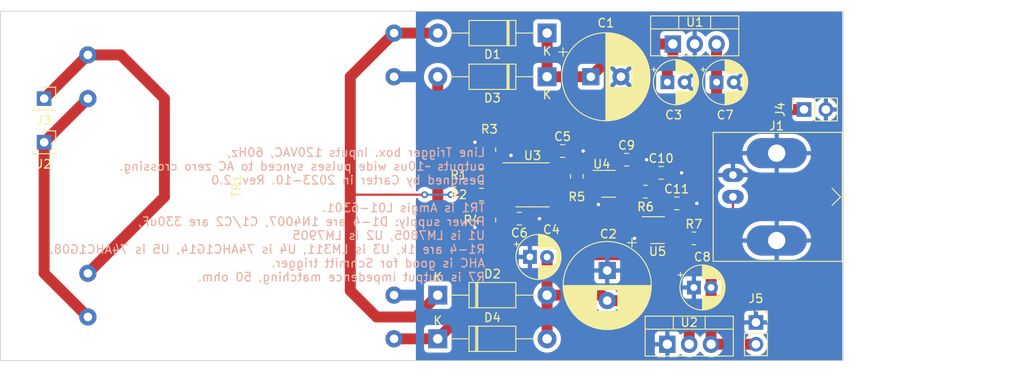
<source format=kicad_pcb>
(kicad_pcb (version 20221018) (generator pcbnew)
  (layers (0 "F.Cu" signal) (31 "B.Cu" signal) (34 "B.Paste" user) (35 "F.Paste" user) (36 "B.SilkS" user "B.Silkscreen") (37 "F.SilkS" user "F.Silkscreen") (38 "B.Mask" user) (39 "F.Mask" user) (44 "Edge.Cuts" user))
  (net 0 "")
  (net 1 "GND")
  (net 2 "+5V")
  (net 3 "-5V")
  (net 4 "Net-(C10-Pad1)")
  (net 5 "/trans_2")
  (net 6 "/trans_1")
  (net 7 "Net-(J1-In)")
  (net 8 "Net-(U3-+)")
  (net 9 "Net-(U3--)")
  (net 10 "Net-(R5-Pad2)")
  (net 11 "Net-(R6-Pad1)")
  (net 12 "Net-(R7-Pad1)")
  (net 13 "VAC")
  (net 14 "NEUT")
  (net 17 "Net-(D1-K)")
  (net 18 "Net-(D2-A)")
  (footprint "Capacitor_THT:CP_Radial_D5.0mm_P2.00mm" (layer "F.Cu") (at 104.68 125.095)
    (fp_text reference "C4" (at 2.508 -3.175 180) (layer "F.SilkS"))
    (fp_text value "1uF")
    (pad "1" thru_hole rect (at 0 0) (size 1.6 1.6) (drill 0.8) (layers "*.Cu" "*.Mask") (net 1 "GND"))
    (pad "2" thru_hole circle (at 2 0) (size 1.6 1.6) (drill 0.8) (layers "*.Cu" "*.Mask") (net 18 "Net-(D2-A)"))
  )
  (footprint "Package_SO:SOIC-8_3.9x4.9mm_P1.27mm" (layer "F.Cu") (at 104.9875 116.713)
    (fp_text reference "U3" (at 0 -3.4) (layer "F.SilkS"))
    (fp_text value "LM311")
    (pad "1" smd roundrect (at -2.475 -1.905) (size 1.95 0.6) (layers "F.Cu" "F.Paste" "F.Mask") (net 1 "GND"))
    (pad "2" smd roundrect (at -2.475 -0.635) (size 1.95 0.6) (layers "F.Cu" "F.Paste" "F.Mask") (net 8 "Net-(U3-+)"))
    (pad "3" smd roundrect (at -2.475 0.635) (size 1.95 0.6) (layers "F.Cu" "F.Paste" "F.Mask") (net 9 "Net-(U3--)"))
    (pad "4" smd roundrect (at -2.475 1.905) (size 1.95 0.6) (layers "F.Cu" "F.Paste" "F.Mask") (net 3 "-5V"))
    (pad "5" smd roundrect (at 2.475 1.905) (size 1.95 0.6) (layers "F.Cu" "F.Paste" "F.Mask"))
    (pad "6" smd roundrect (at 2.475 0.635) (size 1.95 0.6) (layers "F.Cu" "F.Paste" "F.Mask"))
    (pad "7" smd roundrect (at 2.475 -0.635) (size 1.95 0.6) (layers "F.Cu" "F.Paste" "F.Mask") (net 10 "Net-(R5-Pad2)"))
    (pad "8" smd roundrect (at 2.475 -1.905) (size 1.95 0.6) (layers "F.Cu" "F.Paste" "F.Mask") (net 2 "+5V"))
  )
  (footprint "Capacitor_THT:CP_Radial_D10.0mm_P3.50mm" (layer "F.Cu") (at 111.76 104.14)
    (fp_text reference "C1" (at 1.75 -6.25) (layer "F.SilkS"))
    (fp_text value "330uF")
    (pad "1" thru_hole rect (at 0 0) (size 2 2) (drill 1) (layers "*.Cu" "*.Mask") (net 17 "Net-(D1-K)"))
    (pad "2" thru_hole circle (at 3.5 0) (size 2 2) (drill 1) (layers "*.Cu" "*.Mask") (net 1 "GND"))
  )
  (footprint "Capacitor_SMD:C_0805_2012Metric" (layer "F.Cu") (at 119.9255 115.316)
    (fp_text reference "C10" (at 0 -1.68) (layer "F.SilkS"))
    (fp_text value "22nF")
    (pad "1" smd roundrect (at -0.95 0) (size 1 1.45) (layers "F.Cu" "F.Paste" "F.Mask") (net 4 "Net-(C10-Pad1)"))
    (pad "2" smd roundrect (at 0.95 0) (size 1 1.45) (layers "F.Cu" "F.Paste" "F.Mask") (net 1 "GND"))
  )
  (footprint "Diode_THT:D_DO-41_SOD81_P12.70mm_Horizontal" (layer "F.Cu") (at 106.68 104.14 180)
    (fp_text reference "D3" (at 6.35 -2.47) (layer "F.SilkS"))
    (fp_text value "1N4007")
    (fp_text user "K" (at 0 -2.1) (layer "F.SilkS"))
    (pad "1" thru_hole rect (at 0 0 180) (size 2.2 2.2) (drill 1.1) (layers "*.Cu" "*.Mask") (net 17 "Net-(D1-K)"))
    (pad "2" thru_hole oval (at 12.7 0 180) (size 2.2 2.2) (drill 1.1) (layers "*.Cu" "*.Mask") (net 6 "/trans_1"))
  )
  (footprint "Capacitor_SMD:C_0805_2012Metric" (layer "F.Cu") (at 108.4775 112.776)
    (fp_text reference "C5" (at 0 -1.68) (layer "F.SilkS"))
    (fp_text value "0.1uF")
    (pad "1" smd roundrect (at -0.95 0) (size 1 1.45) (layers "F.Cu" "F.Paste" "F.Mask") (net 2 "+5V"))
    (pad "2" smd roundrect (at 0.95 0) (size 1 1.45) (layers "F.Cu" "F.Paste" "F.Mask") (net 1 "GND"))
  )
  (footprint "Connector_PinSocket_2.54mm:PinSocket_1x02_P2.54mm_Vertical" (layer "F.Cu") (at 136.525 107.95 90)
    (fp_text reference "J4" (at 0 -2.77 90) (layer "F.SilkS"))
    (fp_text value "Conn_01x02")
    (pad "1" thru_hole rect (at 0 0 90) (size 1.7 1.7) (drill 1) (layers "*.Cu" "*.Mask") (net 2 "+5V"))
    (pad "2" thru_hole oval (at 0 2.54 90) (size 1.7 1.7) (drill 1) (layers "*.Cu" "*.Mask") (net 1 "GND"))
  )
  (footprint "Capacitor_THT:CP_Radial_D5.0mm_P2.00mm" (layer "F.Cu") (at 123.73 128.651)
    (fp_text reference "C8" (at 0.984 -3.556) (layer "F.SilkS"))
    (fp_text value "1uF")
    (pad "1" thru_hole rect (at 0 0) (size 1.6 1.6) (drill 0.8) (layers "*.Cu" "*.Mask") (net 1 "GND"))
    (pad "2" thru_hole circle (at 2 0) (size 1.6 1.6) (drill 0.8) (layers "*.Cu" "*.Mask") (net 3 "-5V"))
  )
  (footprint "Capacitor_THT:CP_Radial_D5.0mm_P2.00mm" (layer "F.Cu") (at 120.65 104.775)
    (fp_text reference "C3" (at 0.73 3.81) (layer "F.SilkS"))
    (fp_text value "1uF")
    (pad "1" thru_hole rect (at 0 0) (size 1.6 1.6) (drill 0.8) (layers "*.Cu" "*.Mask") (net 17 "Net-(D1-K)"))
    (pad "2" thru_hole circle (at 2 0) (size 1.6 1.6) (drill 0.8) (layers "*.Cu" "*.Mask") (net 1 "GND"))
  )
  (footprint "Capacitor_SMD:C_0805_2012Metric" (layer "F.Cu") (at 103.4625 120.65)
    (fp_text reference "C6" (at 0.004 1.651) (layer "F.SilkS"))
    (fp_text value "0.1uF")
    (pad "1" smd roundrect (at -0.95 0) (size 1 1.45) (layers "F.Cu" "F.Paste" "F.Mask") (net 3 "-5V"))
    (pad "2" smd roundrect (at 0.95 0) (size 1 1.45) (layers "F.Cu" "F.Paste" "F.Mask") (net 1 "GND"))
  )
  (footprint "Resistor_SMD:R_0805_2012Metric" (layer "F.Cu") (at 99.9725 120.8005 -90)
    (fp_text reference "R4" (at 0 2.032 -180) (layer "F.SilkS"))
    (fp_text value "1k")
    (pad "1" smd roundrect (at -0.9125 0 270) (size 1.025 1.4) (layers "F.Cu" "F.Paste" "F.Mask") (roundrect_rratio 0.243902) (net 9 "Net-(U3--)"))
    (pad "2" smd roundrect (at 0.9125 0 270) (size 1.025 1.4) (layers "F.Cu" "F.Paste" "F.Mask") (roundrect_rratio 0.243902) (net 1 "GND"))
  )
  (footprint "Resistor_SMD:R_0805_2012Metric" (layer "F.Cu") (at 99.06 115.57)
    (fp_text reference "R1" (at -2.6435 0) (layer "F.SilkS"))
    (fp_text value "2k")
    (pad "1" smd roundrect (at -0.9125 0) (size 1.025 1.4) (layers "F.Cu" "F.Paste" "F.Mask") (roundrect_rratio 0.243902) (net 6 "/trans_1"))
    (pad "2" smd roundrect (at 0.9125 0) (size 1.025 1.4) (layers "F.Cu" "F.Paste" "F.Mask") (roundrect_rratio 0.243902) (net 8 "Net-(U3-+)"))
  )
  (footprint "Diode_THT:D_DO-41_SOD81_P12.70mm_Horizontal" (layer "F.Cu") (at 93.98 129.54)
    (fp_text reference "D2" (at 6.35 -2.47) (layer "F.SilkS"))
    (fp_text value "1N4007")
    (fp_text user "K" (at 0 -2.1) (layer "F.SilkS"))
    (pad "1" thru_hole rect (at 0 0) (size 2.2 2.2) (drill 1.1) (layers "*.Cu" "*.Mask") (net 5 "/trans_2"))
    (pad "2" thru_hole oval (at 12.7 0) (size 2.2 2.2) (drill 1.1) (layers "*.Cu" "*.Mask") (net 18 "Net-(D2-A)"))
  )
  (footprint "Package_TO_SOT_SMD:SOT-23-5" (layer "F.Cu") (at 113.81 116.586)
    (fp_text reference "U4" (at -0.78 -2.286) (layer "F.SilkS"))
    (fp_text value "74AHC1G14")
    (pad "1" smd roundrect (at -1.1375 -0.95) (size 1.325 0.6) (layers "F.Cu" "F.Paste" "F.Mask"))
    (pad "2" smd roundrect (at -1.1375 0) (size 1.325 0.6) (layers "F.Cu" "F.Paste" "F.Mask") (net 10 "Net-(R5-Pad2)"))
    (pad "3" smd roundrect (at -1.1375 0.95) (size 1.325 0.6) (layers "F.Cu" "F.Paste" "F.Mask") (net 1 "GND"))
    (pad "4" smd roundrect (at 1.1375 0.95) (size 1.325 0.6) (layers "F.Cu" "F.Paste" "F.Mask") (net 11 "Net-(R6-Pad1)"))
    (pad "5" smd roundrect (at 1.1375 -0.95) (size 1.325 0.6) (layers "F.Cu" "F.Paste" "F.Mask") (net 2 "+5V"))
  )
  (footprint "Capacitor_THT:CP_Radial_D5.0mm_P2.00mm" (layer "F.Cu") (at 126.365 104.775)
    (fp_text reference "C7" (at 1 3.81) (layer "F.SilkS"))
    (fp_text value "1uF")
    (pad "1" thru_hole rect (at 0 0) (size 1.6 1.6) (drill 0.8) (layers "*.Cu" "*.Mask") (net 2 "+5V"))
    (pad "2" thru_hole circle (at 2 0) (size 1.6 1.6) (drill 0.8) (layers "*.Cu" "*.Mask") (net 1 "GND"))
  )
  (footprint "Diode_THT:D_DO-41_SOD81_P12.70mm_Horizontal" (layer "F.Cu") (at 106.68 99.06 180)
    (fp_text reference "D1" (at 6.35 -2.47) (layer "F.SilkS"))
    (fp_text value "1N4007")
    (fp_text user "K" (at 0 -2.1) (layer "F.SilkS"))
    (pad "1" thru_hole rect (at 0 0 180) (size 2.2 2.2) (drill 1.1) (layers "*.Cu" "*.Mask") (net 17 "Net-(D1-K)"))
    (pad "2" thru_hole oval (at 12.7 0 180) (size 2.2 2.2) (drill 1.1) (layers "*.Cu" "*.Mask") (net 5 "/trans_2"))
  )
  (footprint "Package_TO_SOT_SMD:SOT-23-5" (layer "F.Cu") (at 119.5125 121.981)
    (fp_text reference "U5" (at 0 2.479) (layer "F.SilkS"))
    (fp_text value "74AHC1G08")
    (pad "1" smd roundrect (at -1.1375 -0.95) (size 1.325 0.6) (layers "F.Cu" "F.Paste" "F.Mask") (net 4 "Net-(C10-Pad1)"))
    (pad "2" smd roundrect (at -1.1375 0) (size 1.325 0.6) (layers "F.Cu" "F.Paste" "F.Mask") (net 10 "Net-(R5-Pad2)"))
    (pad "3" smd roundrect (at -1.1375 0.95) (size 1.325 0.6) (layers "F.Cu" "F.Paste" "F.Mask") (net 1 "GND"))
    (pad "4" smd roundrect (at 1.1375 0.95) (size 1.325 0.6) (layers "F.Cu" "F.Paste" "F.Mask") (net 12 "Net-(R7-Pad1)"))
    (pad "5" smd roundrect (at 1.1375 -0.95) (size 1.325 0.6) (layers "F.Cu" "F.Paste" "F.Mask") (net 2 "+5V"))
  )
  (footprint "Transformers:L01-6301" (layer "F.Cu") (at 71.12 116.84 90)
    (fp_text reference "TR1" (at 0 -0.5 90 unlocked) (layer "F.SilkS"))
    (fp_text value "TRANSF6")
    (pad "1" thru_hole circle (at -15.24 -17.78 90) (size 2 2) (drill 1) (layers "*.Cu" "*.Mask") (net 13 "VAC"))
    (pad "2" thru_hole circle (at -10.16 -17.78 90) (size 2 2) (drill 1) (layers "*.Cu" "*.Mask") (net 14 "NEUT"))
    (pad "3" thru_hole circle (at 10.16 -17.78 90) (size 2 2) (drill 1) (layers "*.Cu" "*.Mask") (net 13 "VAC"))
    (pad "4" thru_hole circle (at 15.24 -17.78 90) (size 2 2) (drill 1) (layers "*.Cu" "*.Mask") (net 14 "NEUT"))
    (pad "5" thru_hole circle (at 17.78 17.78 90) (size 2 2) (drill 1) (layers "*.Cu" "*.Mask") (net 5 "/trans_2"))
    (pad "6" thru_hole circle (at 12.7 17.78 90) (size 2 2) (drill 1) (layers "*.Cu" "*.Mask") (net 1 "GND"))
    (pad "7" thru_hole circle (at -12.7 17.78 90) (size 2 2) (drill 1) (layers "*.Cu" "*.Mask") (net 1 "GND"))
    (pad "8" thru_hole circle (at -17.78 17.78 90) (size 2 2) (drill 1) (layers "*.Cu" "*.Mask") (net 6 "/trans_1"))
  )
  (footprint "Connector_PinSocket_2.54mm:PinSocket_1x02_P2.54mm_Vertical" (layer "F.Cu") (at 130.937 132.715)
    (fp_text reference "J5" (at 0 -2.77) (layer "F.SilkS"))
    (fp_text value "Conn_01x02")
    (pad "1" thru_hole rect (at 0 0) (size 1.7 1.7) (drill 1) (layers "*.Cu" "*.Mask") (net 1 "GND"))
    (pad "2" thru_hole oval (at 0 2.54) (size 1.7 1.7) (drill 1) (layers "*.Cu" "*.Mask") (net 3 "-5V"))
  )
  (footprint "Package_TO_SOT_THT:TO-220-3_Vertical" (layer "F.Cu") (at 120.65 135.255)
    (fp_text reference "U2" (at 2.54 -2.54) (layer "F.SilkS"))
    (fp_text value "LM7905_TO220")
    (pad "1" thru_hole rect (at 0 0) (size 1.905 2) (drill 1.1) (layers "*.Cu" "*.Mask") (net 1 "GND"))
    (pad "2" thru_hole oval (at 2.54 0) (size 1.905 2) (drill 1.1) (layers "*.Cu" "*.Mask") (net 18 "Net-(D2-A)"))
    (pad "3" thru_hole oval (at 5.08 0) (size 1.905 2) (drill 1.1) (layers "*.Cu" "*.Mask") (net 3 "-5V"))
  )
  (footprint "Resistor_SMD:R_0805_2012Metric" (layer "F.Cu") (at 99.06 117.856)
    (fp_text reference "R2" (at -2.6435 0) (layer "F.SilkS"))
    (fp_text value "2k")
    (pad "1" smd roundrect (at -0.9125 0) (size 1.025 1.4) (layers "F.Cu" "F.Paste" "F.Mask") (roundrect_rratio 0.243902) (net 5 "/trans_2"))
    (pad "2" smd roundrect (at 0.9125 0) (size 1.025 1.4) (layers "F.Cu" "F.Paste" "F.Mask") (roundrect_rratio 0.243902) (net 9 "Net-(U3--)"))
  )
  (footprint "Capacitor_SMD:C_0805_2012Metric" (layer "F.Cu") (at 121.738 118.872)
    (fp_text reference "C11" (at 0 -1.68) (layer "F.SilkS"))
    (fp_text value "0.1uF")
    (pad "1" smd roundrect (at -0.95 0) (size 1 1.45) (layers "F.Cu" "F.Paste" "F.Mask") (net 2 "+5V"))
    (pad "2" smd roundrect (at 0.95 0) (size 1 1.45) (layers "F.Cu" "F.Paste" "F.Mask") (net 1 "GND"))
  )
  (footprint "Connector_PinSocket_2.54mm:PinSocket_1x01_P2.54mm_Vertical" (layer "F.Cu") (at 48.26 111.76)
    (fp_text reference "J2" (at 0 2.54) (layer "F.SilkS"))
    (fp_text value "Conn_01x01")
    (pad "1" thru_hole rect (at 0 0) (size 1.7 1.7) (drill 1) (layers "*.Cu" "*.Mask") (net 13 "VAC"))
  )
  (footprint "Resistor_SMD:R_0805_2012Metric" (layer "F.Cu") (at 118.11 117.5004)
    (fp_text reference "R6" (at 0 1.778) (layer "F.SilkS"))
    (fp_text value "1k")
    (pad "1" smd roundrect (at -0.9125 0) (size 1.025 1.4) (layers "F.Cu" "F.Paste" "F.Mask") (roundrect_rratio 0.243902) (net 11 "Net-(R6-Pad1)"))
    (pad "2" smd roundrect (at 0.9125 0) (size 1.025 1.4) (layers "F.Cu" "F.Paste" "F.Mask") (roundrect_rratio 0.243902) (net 4 "Net-(C10-Pad1)"))
  )
  (footprint "Resistor_SMD:R_0805_2012Metric" (layer "F.Cu") (at 123.7325 122.936)
    (fp_text reference "R7" (at 0 -1.65) (layer "F.SilkS"))
    (fp_text value "50")
    (pad "1" smd roundrect (at -0.9125 0) (size 1.025 1.4) (layers "F.Cu" "F.Paste" "F.Mask") (roundrect_rratio 0.243902) (net 12 "Net-(R7-Pad1)"))
    (pad "2" smd roundrect (at 0.9125 0) (size 1.025 1.4) (layers "F.Cu" "F.Paste" "F.Mask") (roundrect_rratio 0.243902) (net 7 "Net-(J1-In)"))
  )
  (footprint "Resistor_SMD:R_0805_2012Metric" (layer "F.Cu") (at 99.9725 112.6255 -90)
    (fp_text reference "R3" (at -2.3895 0 -180) (layer "F.SilkS"))
    (fp_text value "1k")
    (pad "1" smd roundrect (at -0.9125 0 270) (size 1.025 1.4) (layers "F.Cu" "F.Paste" "F.Mask") (roundrect_rratio 0.243902) (net 1 "GND"))
    (pad "2" smd roundrect (at 0.9125 0 270) (size 1.025 1.4) (layers "F.Cu" "F.Paste" "F.Mask") (roundrect_rratio 0.243902) (net 8 "Net-(U3-+)"))
  )
  (footprint "Capacitor_THT:CP_Radial_D10.0mm_P3.50mm" (layer "F.Cu") (at 113.665 126.675 -90)
    (fp_text reference "C2" (at -4.247 -0.127 -180) (layer "F.SilkS"))
    (fp_text value "330uF")
    (pad "1" thru_hole rect (at 0 0 270) (size 2 2) (drill 1) (layers "*.Cu" "*.Mask") (net 1 "GND"))
    (pad "2" thru_hole circle (at 3.5 0 270) (size 2 2) (drill 1) (layers "*.Cu" "*.Mask") (net 18 "Net-(D2-A)"))
  )
  (footprint "Resistor_SMD:R_0805_2012Metric" (layer "F.Cu") (at 110.1325 115.7205 -90)
    (fp_text reference "R5" (at 2.3895 0 -180) (layer "F.SilkS"))
    (fp_text value "1k")
    (pad "1" smd roundrect (at -0.9125 0 270) (size 1.025 1.4) (layers "F.Cu" "F.Paste" "F.Mask") (roundrect_rratio 0.243902) (net 2 "+5V"))
    (pad "2" smd roundrect (at 0.9125 0 270) (size 1.025 1.4) (layers "F.Cu" "F.Paste" "F.Mask") (roundrect_rratio 0.243902) (net 10 "Net-(R5-Pad2)"))
  )
  (footprint "Capacitor_SMD:C_0805_2012Metric" (layer "F.Cu") (at 115.9085 113.792)
    (fp_text reference "C9" (at 0 -1.68) (layer "F.SilkS"))
    (fp_text value "0.1uF")
    (pad "1" smd roundrect (at -0.95 0) (size 1 1.45) (layers "F.Cu" "F.Paste" "F.Mask") (net 2 "+5V"))
    (pad "2" smd roundrect (at 0.95 0) (size 1 1.45) (layers "F.Cu" "F.Paste" "F.Mask") (net 1 "GND"))
  )
  (footprint "Diode_THT:D_DO-41_SOD81_P12.70mm_Horizontal" (layer "F.Cu") (at 93.98 134.62)
    (fp_text reference "D4" (at 6.35 -2.47) (layer "F.SilkS"))
    (fp_text value "1N4007")
    (fp_text user "K" (at 0 -2.1) (layer "F.SilkS"))
    (pad "1" thru_hole rect (at 0 0) (size 2.2 2.2) (drill 1.1) (layers "*.Cu" "*.Mask") (net 6 "/trans_1"))
    (pad "2" thru_hole oval (at 12.7 0) (size 2.2 2.2) (drill 1.1) (layers "*.Cu" "*.Mask") (net 18 "Net-(D2-A)"))
  )
  (footprint "Package_TO_SOT_THT:TO-220-3_Vertical" (layer "F.Cu") (at 121.285 100.33)
    (fp_text reference "U1" (at 2.54 -2.54) (layer "F.SilkS"))
    (fp_text value "LM7805_TO220")
    (pad "1" thru_hole rect (at 0 0) (size 1.905 2) (drill 1.1) (layers "*.Cu" "*.Mask") (net 17 "Net-(D1-K)"))
    (pad "2" thru_hole oval (at 2.54 0) (size 1.905 2) (drill 1.1) (layers "*.Cu" "*.Mask") (net 1 "GND"))
    (pad "3" thru_hole oval (at 5.08 0) (size 1.905 2) (drill 1.1) (layers "*.Cu" "*.Mask") (net 2 "+5V"))
  )
  (footprint "Connector_Coaxial:BNC_Amphenol_B6252HB-NPP3G-50_Horizontal" (layer "F.Cu") (at 128.27 118.11 -90)
    (fp_text reference "J1" (at -8.255 -5.08 -180) (layer "F.SilkS"))
    (fp_text value "Conn_Coaxial")
    (pad "1" thru_hole oval (at 0 0 270) (size 1.6 2.5) (drill 0.89) (layers "*.Cu" "*.Mask") (net 7 "Net-(J1-In)"))
    (pad "2" thru_hole oval (at -5.08 -5.08 270) (size 3.5 7) (drill 2.01) (layers "*.Cu" "*.Mask") (net 1 "GND"))
    (pad "2" thru_hole oval (at -2.54 0 270) (size 1.6 2.5) (drill 0.89) (layers "*.Cu" "*.Mask") (net 1 "GND"))
    (pad "2" thru_hole oval (at 5.08 -5.08 270) (size 3.5 7) (drill 2.01) (layers "*.Cu" "*.Mask") (net 1 "GND"))
  )
  (footprint "Connector_PinSocket_2.54mm:PinSocket_1x01_P2.54mm_Vertical" (layer "F.Cu") (at 48.26 106.68)
    (fp_text reference "J3" (at 0 2.54) (layer "F.SilkS"))
    (fp_text value "Conn_01x01")
    (pad "1" thru_hole rect (at 0 0) (size 1.7 1.7) (drill 1) (layers "*.Cu" "*.Mask") (net 14 "NEUT"))
  )
  (gr_rect (start 43.18 96.52) (end 141.097 137.16) (stroke (width 0.1)) (fill none) (layer "Edge.Cuts"))
  (gr_text "Line Trigger box. Inputs 120VAC, 60Hz,\noutputs ~10us wide pulses synced to AC zero crossing.\nDesigned by Carter in 2023-10. Rev. 2.0\n\nTR1 is Amgis L01-6301.\nPower supply: D1-4 are 1N4007, C1/C2 are 330uF,\nU1 is LM7805, U2 is LM7905\nR1-4 are 1k, U3 is LM311, U4 is 74AHC1G14, U5 is 74AHC1G08.\nAHC is good for Schmitt trigger.\nR7 is output impedence matching, 50 ohm." (at 99.568 128.016) (layer "B.SilkS") (effects (font (size 1 1)) (justify left bottom mirror)))
  (segment (start 102.5125 114.808) (end 102.5125 113.3075) (width 0.508) (layer "F.Cu") (net 1))
  (segment (start 99.9725 121.713) (end 98.345 121.713) (width 0.508) (layer "F.Cu") (net 1))
  (segment (start 116.845 122.931) (end 116.84 122.936) (width 0.25) (layer "F.Cu") (net 1))
  (segment (start 109.4275 112.776) (end 110.871 112.776) (width 0.508) (layer "F.Cu") (net 1))
  (segment (start 98.345 121.713) (end 98.298 121.666) (width 0.25) (layer "F.Cu") (net 1))
  (segment (start 112.6725 117.536) (end 112.6725 118.9755) (width 0.508) (layer "F.Cu") (net 1))
  (segment (start 122.688 118.872) (end 124.079 118.872) (width 0.508) (layer "F.Cu") (net 1))
  (segment (start 120.8755 115.316) (end 122.301 115.316) (width 0.508) (layer "F.Cu") (net 1))
  (segment (start 116.8585 113.792) (end 118.237 113.792) (width 0.508) (layer "F.Cu") (net 1))
  (segment (start 112.6725 118.9755) (end 112.649 118.999) (width 0.25) (layer "F.Cu") (net 1))
  (segment (start 102.5125 113.3075) (end 102.489 113.284) (width 0.25) (layer "F.Cu") (net 1))
  (segment (start 104.4125 120.65) (end 105.791 120.65) (width 0.508) (layer "F.Cu") (net 1))
  (segment (start 118.375 122.931) (end 116.845 122.931) (width 0.508) (layer "F.Cu") (net 1))
  (segment (start 99.9725 111.713) (end 98.345 111.713) (width 0.508) (layer "F.Cu") (net 1))
  (segment (start 98.345 111.713) (end 98.298 111.76) (width 0.25) (layer "F.Cu") (net 1))
  (via (at 98.298 121.666) (size 0.8) (drill 0.4) (layers "F.Cu" "B.Cu") (net 1))
  (via (at 124.079 118.872) (size 0.8) (drill 0.4) (layers "F.Cu" "B.Cu") (net 1))
  (via (at 110.871 112.776) (size 0.8) (drill 0.4) (layers "F.Cu" "B.Cu") (net 1))
  (via (at 112.649 118.999) (size 0.8) (drill 0.4) (layers "F.Cu" "B.Cu") (net 1))
  (via (at 105.791 120.65) (size 0.8) (drill 0.4) (layers "F.Cu" "B.Cu") (net 1))
  (via (at 98.298 111.76) (size 0.8) (drill 0.4) (layers "F.Cu" "B.Cu") (net 1))
  (via (at 102.489 113.284) (size 0.8) (drill 0.4) (layers "F.Cu" "B.Cu") (net 1))
  (via (at 116.84 122.936) (size 0.8) (drill 0.4) (layers "F.Cu" "B.Cu") (net 1))
  (via (at 122.301 115.316) (size 0.8) (drill 0.4) (layers "F.Cu" "B.Cu") (net 1))
  (via (at 118.237 113.792) (size 0.8) (drill 0.4) (layers "F.Cu" "B.Cu") (net 1))
  (segment (start 88.9 129.54) (end 91.44 129.54) (width 1.27) (layer "B.Cu") (net 1))
  (segment (start 88.9 104.14) (end 91.44 104.14) (width 1.27) (layer "B.Cu") (net 1))
  (segment (start 126.365 107.315) (end 127 107.95) (width 1.27) (layer "F.Cu") (net 2))
  (segment (start 107.4625 114.808) (end 110.1325 114.808) (width 0.508) (layer "F.Cu") (net 2))
  (segment (start 114.9585 113.792) (end 114.9585 115.625) (width 0.508) (layer "F.Cu") (net 2))
  (segment (start 120.788 118.872) (end 123.19 116.47) (width 0.508) (layer "F.Cu") (net 2))
  (segment (start 123.19 110.49) (end 115.57 110.49) (width 0.762) (layer "F.Cu") (net 2))
  (segment (start 126.365 107.315) (end 123.19 110.49) (width 1.27) (layer "F.Cu") (net 2))
  (segment (start 120.788 120.893) (end 120.65 121.031) (width 0.508) (layer "F.Cu") (net 2))
  (segment (start 120.788 118.872) (end 120.788 120.893) (width 0.508) (layer "F.Cu") (net 2))
  (segment (start 107.5275 112.776) (end 107.5275 114.743) (width 0.508) (layer "F.Cu") (net 2))
  (segment (start 115.57 110.49) (end 114.9585 111.1015) (width 0.508) (layer "F.Cu") (net 2))
  (segment (start 107.95 110.49) (end 107.5275 110.9125) (width 0.508) (layer "F.Cu") (net 2))
  (segment (start 127 107.95) (end 136.525 107.95) (width 1.27) (layer "F.Cu") (net 2))
  (segment (start 115.57 110.49) (end 107.95 110.49) (width 0.508) (layer "F.Cu") (net 2))
  (segment (start 107.5275 110.9125) (end 107.5275 112.776) (width 0.508) (layer "F.Cu") (net 2))
  (segment (start 114.9585 111.1015) (end 114.9585 113.792) (width 0.508) (layer "F.Cu") (net 2))
  (segment (start 126.365 104.775) (end 126.365 107.315) (width 1.27) (layer "F.Cu") (net 2))
  (segment (start 126.365 100.33) (end 126.365 104.775) (width 1.27) (layer "F.Cu") (net 2))
  (segment (start 123.19 116.47) (end 123.19 110.49) (width 0.508) (layer "F.Cu") (net 2))
  (segment (start 107.5275 114.743) (end 107.4625 114.808) (width 0.508) (layer "F.Cu") (net 2))
  (segment (start 114.9585 115.625) (end 114.9475 115.636) (width 0.508) (layer "F.Cu") (net 2))
  (segment (start 109.22 123.19) (end 103.505 123.19) (width 1.27) (layer "F.Cu") (net 3))
  (segment (start 103.505 123.19) (end 102.5125 122.1975) (width 1.27) (layer "F.Cu") (net 3))
  (segment (start 123.189 124.84) (end 110.87 124.84) (width 1.27) (layer "F.Cu") (net 3))
  (segment (start 102.5125 122.1975) (end 102.5125 120.65) (width 1.27) (layer "F.Cu") (net 3))
  (segment (start 125.73 135.255) (end 130.937 135.255) (width 1.27) (layer "F.Cu") (net 3))
  (segment (start 125.73 135.255) (end 125.73 128.651) (width 1.27) (layer "F.Cu") (net 3))
  (segment (start 110.87 124.84) (end 109.22 123.19) (width 1.27) (layer "F.Cu") (net 3))
  (segment (start 102.5125 118.618) (end 102.5125 120.65) (width 0.508) (layer "F.Cu") (net 3))
  (segment (start 125.73 128.651) (end 125.73 127.381) (width 1.27) (layer "F.Cu") (net 3))
  (segment (start 125.73 127.381) (end 123.189 124.84) (width 1.27) (layer "F.Cu") (net 3))
  (segment (start 119.0225 119.7375) (end 119.0225 117.5004) (width 0.25) (layer "F.Cu") (net 4))
  (segment (start 118.375 120.385) (end 119.0225 119.7375) (width 0.25) (layer "F.Cu") (net 4))
  (segment (start 118.9755 117.4534) (end 119.0225 117.5004) (width 0.25) (layer "F.Cu") (net 4))
  (segment (start 118.9755 115.316) (end 118.9755 117.4534) (width 0.25) (layer "F.Cu") (net 4))
  (segment (start 118.375 121.031) (end 118.375 120.385) (width 0.25) (layer "F.Cu") (net 4))
  (segment (start 83.82 104.14) (end 83.82 117.856) (width 1.27) (layer "F.Cu") (net 5))
  (segment (start 83.82 129.032) (end 86.868 132.08) (width 1.27) (layer "F.Cu") (net 5))
  (segment (start 91.44 132.08) (end 93.98 129.54) (width 1.27) (layer "F.Cu") (net 5))
  (segment (start 88.9 99.06) (end 93.98 99.06) (width 1.27) (layer "F.Cu") (net 5))
  (segment (start 88.9 99.06) (end 83.82 104.14) (width 1.27) (layer "F.Cu") (net 5))
  (segment (start 86.868 132.08) (end 91.44 132.08) (width 1.27) (layer "F.Cu") (net 5))
  (segment (start 92.456 117.856) (end 83.82 117.856) (width 0.25) (layer "F.Cu") (net 5))
  (segment (start 98.1475 117.856) (end 95.504 117.856) (width 0.25) (layer "F.Cu") (net 5))
  (segment (start 83.82 117.856) (end 83.82 129.032) (width 1.27) (layer "F.Cu") (net 5))
  (via (at 92.456 117.856) (size 0.8) (drill 0.4) (layers "F.Cu" "B.Cu") (net 5))
  (via (at 95.504 117.856) (size 0.8) (drill 0.4) (layers "F.Cu" "B.Cu") (net 5))
  (segment (start 95.504 117.856) (end 92.456 117.856) (width 0.25) (layer "B.Cu") (net 5))
  (segment (start 98.1475 115.57) (end 93.98 115.57) (width 0.25) (layer "F.Cu") (net 6))
  (segment (start 93.98 124.46) (end 96.52 127) (width 1.27) (layer "F.Cu") (net 6))
  (segment (start 96.52 127) (end 96.52 132.08) (width 1.27) (layer "F.Cu") (net 6))
  (segment (start 93.98 104.14) (end 93.98 115.57) (width 1.27) (layer "F.Cu") (net 6))
  (segment (start 88.9 134.62) (end 93.98 134.62) (width 1.27) (layer "F.Cu") (net 6))
  (segment (start 93.98 115.57) (end 93.98 124.46) (width 1.27) (layer "F.Cu") (net 6))
  (segment (start 96.52 132.08) (end 93.98 134.62) (width 1.27) (layer "F.Cu") (net 6))
  (segment (start 128.27 120.65) (end 128.27 118.11) (width 0.25) (layer "F.Cu") (net 7))
  (segment (start 125.984 122.936) (end 128.27 120.65) (width 0.25) (layer "F.Cu") (net 7))
  (segment (start 124.645 122.936) (end 125.984 122.936) (width 0.25) (layer "F.Cu") (net 7))
  (segment (start 99.9725 115.57) (end 100.4805 116.078) (width 0.25) (layer "F.Cu") (net 8))
  (segment (start 99.9725 115.57) (end 99.9725 113.538) (width 0.25) (layer "F.Cu") (net 8))
  (segment (start 100.4805 116.078) (end 102.5125 116.078) (width 0.25) (layer "F.Cu") (net 8))
  (segment (start 99.9725 119.888) (end 99.9725 117.856) (width 0.25) (layer "F.Cu") (net 9))
  (segment (start 100.4805 117.348) (end 99.9725 117.856) (width 0.25) (layer "F.Cu") (net 9))
  (segment (start 102.5125 117.348) (end 100.4805 117.348) (width 0.25) (layer "F.Cu") (net 9))
  (segment (start 110.1325 116.633) (end 112.6255 116.633) (width 0.25) (layer "F.Cu") (net 10))
  (segment (start 110.1325 117.7525) (end 114.361 121.981) (width 0.25) (layer "F.Cu") (net 10))
  (segment (start 110.1325 116.633) (end 110.1325 117.7525) (width 0.25) (layer "F.Cu") (net 10))
  (segment (start 108.458 116.078) (end 109.013 116.633) (width 0.25) (layer "F.Cu") (net 10))
  (segment (start 109.013 116.633) (end 110.1325 116.633) (width 0.25) (layer "F.Cu") (net 10))
  (segment (start 112.6255 116.633) (end 112.6725 116.586) (width 0.25) (layer "F.Cu") (net 10))
  (segment (start 114.361 121.981) (end 118.375 121.981) (width 0.25) (layer "F.Cu") (net 10))
  (segment (start 107.4625 116.078) (end 108.458 116.078) (width 0.25) (layer "F.Cu") (net 10))
  (segment (start 117.1619 117.536) (end 117.1975 117.5004) (width 0.25) (layer "F.Cu") (net 11))
  (segment (start 114.9475 117.536) (end 117.1619 117.536) (width 0.25) (layer "F.Cu") (net 11))
  (segment (start 122.815 122.931) (end 122.82 122.936) (width 0.25) (layer "F.Cu") (net 12))
  (segment (start 120.65 122.931) (end 122.815 122.931) (width 0.25) (layer "F.Cu") (net 12))
  (segment (start 48.26 111.76) (end 48.26 127) (width 1.27) (layer "F.Cu") (net 13))
  (segment (start 48.26 127) (end 53.34 132.08) (width 1.27) (layer "F.Cu") (net 13))
  (segment (start 53.34 106.68) (end 48.26 111.76) (width 1.27) (layer "F.Cu") (net 13))
  (segment (start 53.34 101.6) (end 57.15 101.6) (width 1.27) (layer "F.Cu") (net 14))
  (segment (start 62.23 118.11) (end 53.34 127) (width 1.27) (layer "F.Cu") (net 14))
  (segment (start 57.15 101.6) (end 62.23 106.68) (width 1.27) (layer "F.Cu") (net 14))
  (segment (start 53.34 101.6) (end 48.26 106.68) (width 1.27) (layer "F.Cu") (net 14))
  (segment (start 62.23 106.68) (end 62.23 118.11) (width 1.27) (layer "F.Cu") (net 14))
  (segment (start 121.285 102.235) (end 120.65 102.87) (width 1.27) (layer "F.Cu") (net 17))
  (segment (start 120.65 102.87) (end 120.65 104.775) (width 1.27) (layer "F.Cu") (net 17))
  (segment (start 121.285 100.33) (end 121.285 102.235) (width 1.27) (layer "F.Cu") (net 17))
  (segment (start 115.57 100.33) (end 121.285 100.33) (width 1.27) (layer "F.Cu") (net 17))
  (segment (start 111.76 104.14) (end 106.68 104.14) (width 1.27) (layer "F.Cu") (net 17))
  (segment (start 106.68 99.06) (end 106.68 104.14) (width 1.27) (layer "F.Cu") (net 17))
  (segment (start 111.76 104.14) (end 115.57 100.33) (width 1.27) (layer "F.Cu") (net 17))
  (segment (start 113.03 129.54) (end 113.665 130.175) (width 1.27) (layer "F.Cu") (net 18))
  (segment (start 120.38 130.175) (end 123.19 132.985) (width 1.27) (layer "F.Cu") (net 18))
  (segment (start 123.19 132.985) (end 123.19 135.255) (width 1.27) (layer "F.Cu") (net 18))
  (segment (start 106.68 129.54) (end 113.03 129.54) (width 1.27) (layer "F.Cu") (net 18))
  (segment (start 106.68 134.62) (end 106.68 129.54) (width 1.27) (layer "F.Cu") (net 18))
  (segment (start 106.68 129.54) (end 106.68 125.095) (width 1.27) (layer "F.Cu") (net 18))
  (segment (start 113.665 130.175) (end 120.38 130.175) (width 1.27) (layer "F.Cu") (net 18))
  (zone (net 1) (net_name "GND") (layer "B.Cu") (connect_pads (clearance 0.5)) (min_thickness 0.25) (fill yes (thermal_gap 0.5) (thermal_bridge_width 0.5))
    (polygon (pts (xy 140.97 96.52) (xy 91.44 96.52) (xy 91.44 137.16) (xy 140.97 137.16)))
  )
)
</source>
